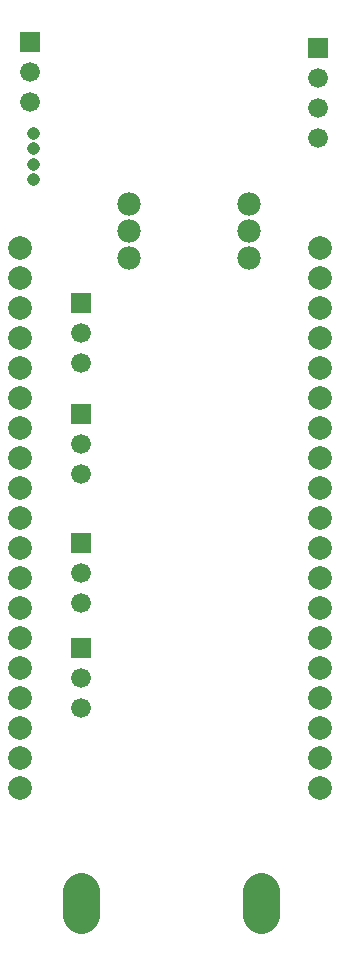
<source format=gts>
G04 Layer: TopSolderMaskLayer*
G04 EasyEDA v6.5.1, 2022-07-30 07:33:27*
G04 979763ed04074d789ee4af78e92af6cb,10*
G04 Gerber Generator version 0.2*
G04 Scale: 100 percent, Rotated: No, Reflected: No *
G04 Dimensions in millimeters *
G04 leading zeros omitted , absolute positions ,4 integer and 5 decimal *
%FSLAX45Y45*%
%MOMM*%

%ADD25C,1.1016*%
%ADD26C,3.1016*%
%ADD27C,1.9812*%
%ADD29C,1.6764*%
%ADD30C,2.0032*%

%LPD*%
D25*
X-1168400Y2201595D02*
G01*
X-1168400Y2201595D01*
X-1168400Y2071598D02*
G01*
X-1168400Y2071598D01*
X-1168400Y1941601D02*
G01*
X-1168400Y1941601D01*
X-1168400Y1811604D02*
G01*
X-1168400Y1811604D01*
D26*
X762000Y-4218000D02*
G01*
X762000Y-4417999D01*
X-762000Y-4218000D02*
G01*
X-762000Y-4417999D01*
D27*
G01*
X660400Y1371600D03*
G01*
X-355600Y1371600D03*
G01*
X660400Y1600200D03*
G01*
X-355600Y1600200D03*
G01*
X-355600Y1143000D03*
G01*
X660400Y1143000D03*
G36*
X1160779Y2837179D02*
G01*
X1160779Y3004820D01*
X1328420Y3004820D01*
X1328420Y2837179D01*
G37*
D29*
G01*
X1244600Y2667000D03*
G01*
X1244600Y2413000D03*
G01*
X1244600Y2159000D03*
G01*
X-1193800Y2463800D03*
G01*
X-1193800Y2717800D03*
G36*
X-1277620Y2887979D02*
G01*
X-1277620Y3055620D01*
X-1109979Y3055620D01*
X-1109979Y2887979D01*
G37*
G01*
X-762000Y-2667000D03*
G01*
X-762000Y-2413000D03*
G36*
X-845820Y-2242820D02*
G01*
X-845820Y-2075179D01*
X-678179Y-2075179D01*
X-678179Y-2242820D01*
G37*
G01*
X-762000Y-1778000D03*
G01*
X-762000Y-1524000D03*
G36*
X-845820Y-1353820D02*
G01*
X-845820Y-1186179D01*
X-678179Y-1186179D01*
X-678179Y-1353820D01*
G37*
G01*
X-762000Y-685800D03*
G01*
X-762000Y-431800D03*
G36*
X-845820Y-261620D02*
G01*
X-845820Y-93979D01*
X-678179Y-93979D01*
X-678179Y-261620D01*
G37*
G01*
X-762000Y254000D03*
G01*
X-762000Y508000D03*
G36*
X-845820Y678179D02*
G01*
X-845820Y845820D01*
X-678179Y845820D01*
X-678179Y678179D01*
G37*
D30*
G01*
X1264793Y1227454D03*
G01*
X1264793Y973454D03*
G01*
X1264793Y719454D03*
G01*
X1264793Y465454D03*
G01*
X1264793Y211454D03*
G01*
X1264793Y-42545D03*
G01*
X1264793Y-296545D03*
G01*
X1264793Y-550545D03*
G01*
X1264793Y-804545D03*
G01*
X1264793Y-1058545D03*
G01*
X1264793Y-1312545D03*
G01*
X1264793Y-1566545D03*
G01*
X1264793Y-1820545D03*
G01*
X1264793Y-2074545D03*
G01*
X1264793Y-2328545D03*
G01*
X1264793Y-2582545D03*
G01*
X1264793Y-2836545D03*
G01*
X1264793Y-3090545D03*
G01*
X1264793Y-3344545D03*
G01*
X-1275206Y-3344545D03*
G01*
X-1275206Y-3090545D03*
G01*
X-1275206Y-2836545D03*
G01*
X-1275206Y-2582545D03*
G01*
X-1275206Y-2328545D03*
G01*
X-1275206Y-2074545D03*
G01*
X-1275206Y-1820545D03*
G01*
X-1275206Y-1566545D03*
G01*
X-1275206Y-1312545D03*
G01*
X-1275206Y-1058545D03*
G01*
X-1275206Y-804545D03*
G01*
X-1275206Y-550545D03*
G01*
X-1275206Y-296545D03*
G01*
X-1275206Y-42545D03*
G01*
X-1275206Y211454D03*
G01*
X-1275206Y465454D03*
G01*
X-1275206Y719454D03*
G01*
X-1275206Y973454D03*
G01*
X-1275206Y1227454D03*
M02*

</source>
